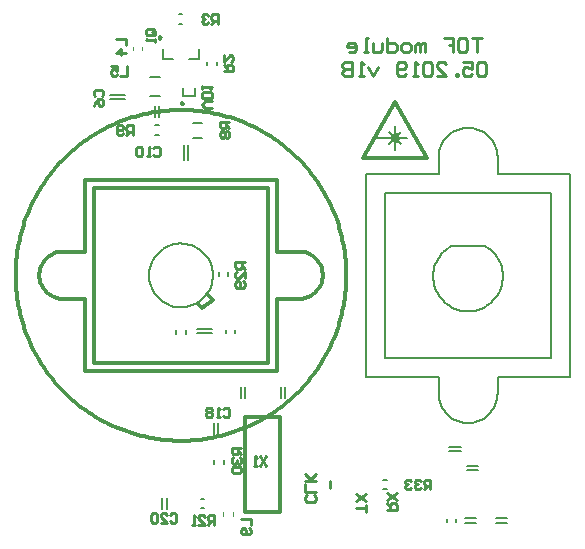
<source format=gbo>
G04 Layer_Color=11599871*
%FSLAX44Y44*%
%MOMM*%
G71*
G01*
G75*
%ADD39C,0.2000*%
%ADD40C,0.3000*%
%ADD56C,0.2500*%
%ADD58C,0.1270*%
%ADD60C,0.2032*%
%ADD61C,0.1016*%
%ADD62C,0.2540*%
%ADD63C,0.3500*%
%ADD102C,0.4064*%
%ADD103C,0.3556*%
D39*
X172000Y-240000D02*
X171881Y-237472D01*
X171527Y-234966D01*
X170938Y-232504D01*
X170123Y-230108D01*
X169086Y-227799D01*
X167838Y-225597D01*
X166388Y-223522D01*
X164751Y-221591D01*
X162941Y-219823D01*
X160972Y-218231D01*
X158864Y-216831D01*
X156633Y-215635D01*
X154301Y-214653D01*
X151886Y-213893D01*
X149411Y-213363D01*
X146897Y-213067D01*
X144367Y-213007D01*
X141842Y-213185D01*
X139345Y-213599D01*
X136898Y-214244D01*
X134522Y-215116D01*
X132237Y-216207D01*
X130065Y-217506D01*
X128025Y-219004D01*
X126133Y-220686D01*
X124408Y-222537D01*
X122863Y-224542D01*
X121512Y-226683D01*
X120369Y-228941D01*
X119441Y-231296D01*
X118739Y-233728D01*
X118267Y-236215D01*
X118030Y-238734D01*
Y-241266D01*
X118267Y-243785D01*
X118739Y-246272D01*
X119441Y-248704D01*
X120369Y-251059D01*
X121512Y-253317D01*
X122863Y-255458D01*
X124408Y-257463D01*
X126133Y-259314D01*
X128025Y-260996D01*
X130065Y-262494D01*
X132237Y-263793D01*
X134522Y-264884D01*
X136898Y-265756D01*
X139345Y-266401D01*
X141842Y-266815D01*
X144367Y-266993D01*
X146897Y-266933D01*
X149411Y-266637D01*
X151886Y-266107D01*
X154301Y-265348D01*
X156633Y-264365D01*
X158864Y-263169D01*
X160972Y-261769D01*
X162941Y-260177D01*
X164751Y-258409D01*
X166388Y-256478D01*
X167838Y-254403D01*
X169086Y-252201D01*
X170123Y-249892D01*
X170938Y-247496D01*
X171527Y-245034D01*
X171881Y-242528D01*
X172000Y-240000D01*
X373043Y-215573D02*
X370924Y-216944D01*
X368931Y-218492D01*
X367077Y-220204D01*
X365376Y-222068D01*
X363841Y-224071D01*
X362483Y-226197D01*
X361311Y-228433D01*
X360335Y-230760D01*
X359561Y-233161D01*
X358995Y-235621D01*
X358641Y-238119D01*
X358502Y-240639D01*
X358579Y-243161D01*
X358872Y-245668D01*
X359377Y-248140D01*
X360092Y-250560D01*
X361011Y-252910D01*
X362128Y-255174D01*
X363434Y-257333D01*
X364920Y-259373D01*
X366575Y-261278D01*
X368386Y-263035D01*
X370341Y-264631D01*
X372425Y-266053D01*
X374623Y-267293D01*
X376919Y-268340D01*
X379296Y-269187D01*
X381737Y-269828D01*
X384224Y-270257D01*
X386738Y-270473D01*
X389262D01*
X391776Y-270257D01*
X394263Y-269828D01*
X396704Y-269187D01*
X399081Y-268340D01*
X401377Y-267293D01*
X403575Y-266053D01*
X405659Y-264631D01*
X407614Y-263035D01*
X409426Y-261278D01*
X411080Y-259373D01*
X412566Y-257333D01*
X413872Y-255173D01*
X414989Y-252910D01*
X415908Y-250560D01*
X416623Y-248140D01*
X417128Y-245668D01*
X417421Y-243161D01*
X417498Y-240639D01*
X417359Y-238119D01*
X417005Y-235621D01*
X416440Y-233161D01*
X415666Y-230759D01*
X414689Y-228433D01*
X413517Y-226197D01*
X412159Y-224071D01*
X410624Y-222068D01*
X408923Y-220204D01*
X407069Y-218492D01*
X405075Y-216944D01*
X402957Y-215573D01*
X413000Y-140000D02*
X412872Y-137471D01*
X412488Y-134967D01*
X411853Y-132516D01*
X410974Y-130141D01*
X409859Y-127867D01*
X408519Y-125718D01*
X406969Y-123716D01*
X405224Y-121880D01*
X403303Y-120231D01*
X401224Y-118784D01*
X399010Y-117555D01*
X396683Y-116556D01*
X394266Y-115798D01*
X391786Y-115288D01*
X389266Y-115032D01*
X386734D01*
X384214Y-115288D01*
X381734Y-115798D01*
X379317Y-116556D01*
X376990Y-117555D01*
X374776Y-118784D01*
X372697Y-120231D01*
X370776Y-121880D01*
X369031Y-123716D01*
X367481Y-125718D01*
X366141Y-127867D01*
X365026Y-130141D01*
X364146Y-132516D01*
X363512Y-134967D01*
X363128Y-137471D01*
X363000Y-140000D01*
Y-340000D02*
X363128Y-342529D01*
X363512Y-345033D01*
X364147Y-347484D01*
X365026Y-349859D01*
X366141Y-352133D01*
X367481Y-354282D01*
X369031Y-356284D01*
X370776Y-358120D01*
X372697Y-359769D01*
X374776Y-361216D01*
X376990Y-362445D01*
X379317Y-363444D01*
X381734Y-364202D01*
X384214Y-364712D01*
X386734Y-364968D01*
X389266D01*
X391786Y-364712D01*
X394266Y-364202D01*
X396683Y-363444D01*
X399010Y-362445D01*
X401224Y-361216D01*
X403303Y-359769D01*
X405224Y-358120D01*
X406969Y-356284D01*
X408519Y-354282D01*
X409859Y-352132D01*
X410974Y-349859D01*
X411853Y-347484D01*
X412488Y-345032D01*
X412872Y-342529D01*
X413000Y-340000D01*
X152000Y-57000D02*
X160000D01*
Y-48000D01*
X130000Y-57000D02*
X138000D01*
X130000D02*
Y-48000D01*
X119000Y-88000D02*
X127000D01*
X119000Y-72000D02*
X127000D01*
X146920Y-88540D02*
X157080D01*
X373000Y-215500D02*
X403000D01*
X302000Y-326000D02*
Y-154000D01*
Y-326000D02*
X363000D01*
X413000Y-154000D02*
Y-140000D01*
X363000Y-154000D02*
Y-140000D01*
Y-340000D02*
Y-326000D01*
X413000Y-340000D02*
Y-326000D01*
X318000Y-170000D02*
X458000D01*
X474000Y-326000D02*
Y-154000D01*
X413000Y-326000D02*
X474000D01*
X413000Y-154000D02*
X474000D01*
X302000D02*
X363000D01*
X318000Y-310000D02*
X458000D01*
Y-170000D01*
X318000Y-310000D02*
Y-170000D01*
D40*
X285000Y-240000D02*
X284977Y-237458D01*
X284908Y-234916D01*
X284792Y-232377D01*
X284631Y-229840D01*
X284423Y-227306D01*
X284170Y-224776D01*
X283870Y-222252D01*
X283525Y-219733D01*
X283134Y-217221D01*
X282698Y-214716D01*
X282216Y-212220D01*
X281689Y-209733D01*
X281117Y-207256D01*
X280500Y-204790D01*
X279838Y-202335D01*
X279132Y-199893D01*
X278382Y-197464D01*
X277587Y-195049D01*
X276749Y-192649D01*
X275868Y-190264D01*
X274943Y-187896D01*
X273975Y-185545D01*
X272965Y-183212D01*
X271913Y-180898D01*
X270819Y-178603D01*
X269683Y-176328D01*
X268506Y-174074D01*
X267289Y-171843D01*
X266031Y-169633D01*
X264733Y-167447D01*
X263396Y-165285D01*
X262020Y-163147D01*
X260605Y-161035D01*
X259152Y-158949D01*
X257662Y-156889D01*
X256134Y-154858D01*
X254569Y-152853D01*
X252969Y-150878D01*
X251333Y-148932D01*
X249662Y-147016D01*
X247956Y-145131D01*
X246216Y-143278D01*
X244443Y-141455D01*
X242638Y-139666D01*
X240800Y-137910D01*
X238930Y-136187D01*
X237029Y-134498D01*
X235098Y-132845D01*
X233138Y-131226D01*
X231148Y-129644D01*
X229130Y-128098D01*
X227084Y-126588D01*
X225011Y-125117D01*
X222912Y-123683D01*
X220787Y-122287D01*
X218637Y-120930D01*
X216463Y-119613D01*
X214265Y-118335D01*
X212044Y-117097D01*
X209801Y-115900D01*
X207537Y-114744D01*
X205252Y-113629D01*
X202948Y-112556D01*
X200624Y-111524D01*
X198282Y-110536D01*
X195922Y-109589D01*
X193546Y-108686D01*
X191153Y-107826D01*
X188746Y-107010D01*
X186324Y-106238D01*
X183888Y-105509D01*
X181439Y-104825D01*
X178979Y-104186D01*
X176507Y-103591D01*
X174025Y-103042D01*
X171533Y-102537D01*
X169033Y-102078D01*
X166524Y-101664D01*
X164009Y-101297D01*
X161487Y-100974D01*
X158960Y-100698D01*
X156428Y-100467D01*
X153892Y-100283D01*
X151354Y-100144D01*
X148813Y-100052D01*
X146271Y-100006D01*
X143729D01*
X141187Y-100052D01*
X138647Y-100144D01*
X136108Y-100283D01*
X133573Y-100467D01*
X131041Y-100698D01*
X128513Y-100974D01*
X125992Y-101296D01*
X123476Y-101664D01*
X120968Y-102078D01*
X118467Y-102537D01*
X115976Y-103042D01*
X113493Y-103591D01*
X111022Y-104186D01*
X108561Y-104825D01*
X106112Y-105509D01*
X103677Y-106238D01*
X101255Y-107010D01*
X98847Y-107826D01*
X96454Y-108686D01*
X94078Y-109589D01*
X91718Y-110535D01*
X89376Y-111524D01*
X87053Y-112556D01*
X84748Y-113629D01*
X82463Y-114744D01*
X80199Y-115900D01*
X77956Y-117097D01*
X75736Y-118335D01*
X73538Y-119613D01*
X71364Y-120930D01*
X69214Y-122287D01*
X67088Y-123682D01*
X64989Y-125116D01*
X62916Y-126588D01*
X60870Y-128097D01*
X58852Y-129643D01*
X56863Y-131226D01*
X54902Y-132844D01*
X52971Y-134498D01*
X51070Y-136187D01*
X49201Y-137909D01*
X47363Y-139666D01*
X45557Y-141455D01*
X43784Y-143277D01*
X42044Y-145131D01*
X40339Y-147016D01*
X38667Y-148932D01*
X37031Y-150878D01*
X35431Y-152853D01*
X33866Y-154857D01*
X32339Y-156889D01*
X30848Y-158949D01*
X29395Y-161035D01*
X27980Y-163147D01*
X26604Y-165285D01*
X25267Y-167447D01*
X23969Y-169633D01*
X22711Y-171842D01*
X21494Y-174074D01*
X20317Y-176328D01*
X19181Y-178602D01*
X18087Y-180897D01*
X17035Y-183211D01*
X16025Y-185544D01*
X15057Y-187896D01*
X14132Y-190264D01*
X13251Y-192648D01*
X12413Y-195048D01*
X11618Y-197463D01*
X10868Y-199892D01*
X10162Y-202335D01*
X9500Y-204789D01*
X8883Y-207256D01*
X8311Y-209733D01*
X7784Y-212220D01*
X7302Y-214716D01*
X6866Y-217221D01*
X6475Y-219733D01*
X6130Y-222251D01*
X5830Y-224776D01*
X5577Y-227306D01*
X5369Y-229839D01*
X5208Y-232377D01*
X5092Y-234916D01*
X5023Y-237458D01*
X5000Y-240000D01*
X5023Y-242542D01*
X5092Y-245084D01*
X5208Y-247623D01*
X5369Y-250160D01*
X5577Y-252694D01*
X5830Y-255224D01*
X6130Y-257748D01*
X6475Y-260267D01*
X6866Y-262779D01*
X7302Y-265284D01*
X7784Y-267780D01*
X8311Y-270267D01*
X8883Y-272744D01*
X9500Y-275210D01*
X10162Y-277665D01*
X10868Y-280107D01*
X11618Y-282536D01*
X12413Y-284951D01*
X13251Y-287352D01*
X14132Y-289736D01*
X15057Y-292104D01*
X16025Y-294455D01*
X17035Y-296788D01*
X18087Y-299103D01*
X19181Y-301397D01*
X20317Y-303672D01*
X21494Y-305926D01*
X22711Y-308157D01*
X23969Y-310367D01*
X25267Y-312553D01*
X26604Y-314715D01*
X27980Y-316853D01*
X29395Y-318965D01*
X30848Y-321051D01*
X32339Y-323111D01*
X33866Y-325143D01*
X35431Y-327147D01*
X37031Y-329122D01*
X38667Y-331068D01*
X40339Y-332984D01*
X42044Y-334869D01*
X43784Y-336723D01*
X45557Y-338545D01*
X47363Y-340334D01*
X49201Y-342091D01*
X51070Y-343813D01*
X52971Y-345502D01*
X54902Y-347156D01*
X56863Y-348774D01*
X58852Y-350356D01*
X60870Y-351903D01*
X62916Y-353412D01*
X64989Y-354884D01*
X67088Y-356318D01*
X69213Y-357713D01*
X71363Y-359070D01*
X73538Y-360387D01*
X75736Y-361665D01*
X77956Y-362903D01*
X80199Y-364100D01*
X82463Y-365256D01*
X84748Y-366371D01*
X87053Y-367444D01*
X89376Y-368476D01*
X91719Y-369465D01*
X94078Y-370411D01*
X96455Y-371314D01*
X98847Y-372174D01*
X101255Y-372990D01*
X103677Y-373763D01*
X106113Y-374491D01*
X108561Y-375175D01*
X111022Y-375814D01*
X113494Y-376409D01*
X115976Y-376958D01*
X118468Y-377463D01*
X120968Y-377922D01*
X123476Y-378336D01*
X125992Y-378704D01*
X128514Y-379026D01*
X131041Y-379302D01*
X133573Y-379533D01*
X136109Y-379717D01*
X138647Y-379856D01*
X141188Y-379948D01*
X143729Y-379994D01*
X146272D01*
X148814Y-379948D01*
X151354Y-379856D01*
X153893Y-379717D01*
X156428Y-379533D01*
X158960Y-379302D01*
X161488Y-379026D01*
X164009Y-378703D01*
X166525Y-378335D01*
X169033Y-377922D01*
X171534Y-377463D01*
X174025Y-376958D01*
X176508Y-376409D01*
X178979Y-375814D01*
X181440Y-375174D01*
X183889Y-374490D01*
X186324Y-373762D01*
X188746Y-372990D01*
X191154Y-372173D01*
X193547Y-371314D01*
X195923Y-370410D01*
X198283Y-369464D01*
X200625Y-368475D01*
X202949Y-367444D01*
X205253Y-366371D01*
X207538Y-365256D01*
X209802Y-364100D01*
X212045Y-362902D01*
X214266Y-361665D01*
X216463Y-360387D01*
X218638Y-359069D01*
X220788Y-357713D01*
X222913Y-356317D01*
X225012Y-354883D01*
X227085Y-353411D01*
X229131Y-351902D01*
X231149Y-350356D01*
X233139Y-348773D01*
X235099Y-347155D01*
X237030Y-345501D01*
X238931Y-343812D01*
X240800Y-342090D01*
X242638Y-340333D01*
X244444Y-338544D01*
X246217Y-336722D01*
X247957Y-334868D01*
X249662Y-332983D01*
X251334Y-331067D01*
X252970Y-329121D01*
X254570Y-327146D01*
X256135Y-325142D01*
X257662Y-323110D01*
X259153Y-321050D01*
X260606Y-318964D01*
X262021Y-316852D01*
X263397Y-314714D01*
X264734Y-312552D01*
X266032Y-310366D01*
X267290Y-308156D01*
X268507Y-305924D01*
X269684Y-303671D01*
X270819Y-301396D01*
X271914Y-299101D01*
X272966Y-296787D01*
X273976Y-294454D01*
X274943Y-292103D01*
X275868Y-289735D01*
X276750Y-287350D01*
X277588Y-284950D01*
X278382Y-282535D01*
X279132Y-280106D01*
X279839Y-277664D01*
X280500Y-275209D01*
X281117Y-272743D01*
X281689Y-270266D01*
X282216Y-267779D01*
X282698Y-265282D01*
X283135Y-262778D01*
X283525Y-260266D01*
X283871Y-257747D01*
X284170Y-255222D01*
X284423Y-252693D01*
X284631Y-250159D01*
X284792Y-247622D01*
X284908Y-245082D01*
X284977Y-242541D01*
X285000Y-240000D01*
X245000Y-260000D02*
X247507Y-259842D01*
X249974Y-259372D01*
X252362Y-258596D01*
X254635Y-257526D01*
X256756Y-256180D01*
X258691Y-254579D01*
X260410Y-252749D01*
X261887Y-250716D01*
X263097Y-248516D01*
X264021Y-246180D01*
X264646Y-243748D01*
X264960Y-241256D01*
Y-238744D01*
X264646Y-236252D01*
X264021Y-233820D01*
X263097Y-231484D01*
X261887Y-229283D01*
X260410Y-227251D01*
X258691Y-225421D01*
X256756Y-223820D01*
X254635Y-222474D01*
X252362Y-221404D01*
X249974Y-220628D01*
X247507Y-220158D01*
X245000Y-220000D01*
X45000D02*
X42493Y-220158D01*
X40026Y-220628D01*
X37638Y-221404D01*
X35365Y-222474D01*
X33244Y-223820D01*
X31309Y-225421D01*
X29590Y-227251D01*
X28113Y-229284D01*
X26904Y-231484D01*
X25979Y-233820D01*
X25354Y-236252D01*
X25039Y-238744D01*
Y-241256D01*
X25354Y-243748D01*
X25979Y-246180D01*
X26903Y-248516D01*
X28113Y-250716D01*
X29590Y-252749D01*
X31309Y-254579D01*
X33244Y-256180D01*
X35365Y-257526D01*
X37638Y-258596D01*
X40026Y-259372D01*
X42493Y-259842D01*
X45000Y-260000D01*
X199000Y-360000D02*
X229000D01*
X199000Y-440000D02*
X229000D01*
X199000D02*
Y-360000D01*
X229000Y-440000D02*
Y-360000D01*
X167000Y-256000D02*
X171785Y-260435D01*
X158970Y-264130D02*
X162780Y-267940D01*
X171785Y-260435D01*
X64000Y-159000D02*
X226000D01*
X71000Y-314000D02*
X219000D01*
X71000Y-166000D02*
X219000D01*
X71000Y-314000D02*
Y-166000D01*
X219000Y-314000D02*
Y-166000D01*
X226000Y-220000D02*
X245000D01*
X226000Y-260000D02*
X245000D01*
X64000Y-321000D02*
X226000D01*
Y-260000D01*
Y-220000D02*
Y-159000D01*
X64000Y-220000D02*
Y-159000D01*
Y-321000D02*
Y-260000D01*
X45000D02*
X64000D01*
X45000Y-220000D02*
X64000D01*
D56*
X128250Y-38500D02*
X126375Y-37418D01*
Y-39583D01*
X128250Y-38500D01*
D58*
X315976Y-421064D02*
X319024D01*
X315976Y-412936D02*
X319024D01*
X372238Y-388778D02*
X381762D01*
X372238Y-385222D02*
X381762D01*
X369936Y-449024D02*
Y-445976D01*
X378064Y-449024D02*
Y-445976D01*
X385238Y-445722D02*
X394762D01*
X385238Y-449278D02*
X394762D01*
X387238Y-404778D02*
X396762D01*
X387238Y-401222D02*
X396762D01*
X411238Y-445722D02*
X420762D01*
X411238Y-449278D02*
X420762D01*
X161476Y-428936D02*
X164524D01*
X161476Y-437064D02*
X164524D01*
X181064Y-399524D02*
Y-396476D01*
X172936Y-399524D02*
Y-396476D01*
X129222Y-437762D02*
Y-428238D01*
X132778Y-437762D02*
Y-428238D01*
X172722Y-374762D02*
Y-365238D01*
X176278Y-374762D02*
Y-365238D01*
X195722Y-343762D02*
Y-334238D01*
X199278Y-343762D02*
Y-334238D01*
X233278Y-343762D02*
Y-334238D01*
X229722Y-343762D02*
Y-334238D01*
X175064Y-62024D02*
Y-58976D01*
X166936Y-62024D02*
Y-58976D01*
X142976Y-27064D02*
X146024D01*
X142976Y-18936D02*
X146024D01*
X84488Y-90496D02*
X97512D01*
X84488Y-87504D02*
X97512D01*
X146920Y-88540D02*
Y-81500D01*
X157080Y-88540D02*
Y-81500D01*
X126278Y-105762D02*
Y-96238D01*
X122722Y-105762D02*
Y-96238D01*
X122976Y-112936D02*
X126024D01*
X122976Y-121064D02*
X126024D01*
X155190Y-123350D02*
X162810D01*
X155190Y-110650D02*
X162810D01*
X150496Y-142512D02*
Y-129488D01*
X147504Y-142512D02*
Y-129488D01*
X191064Y-289024D02*
Y-285976D01*
X182936Y-289024D02*
Y-285976D01*
X158488Y-288496D02*
X171512D01*
X158488Y-285504D02*
X171512D01*
X140936Y-289524D02*
Y-286476D01*
X149064Y-289524D02*
Y-286476D01*
X185064Y-240524D02*
Y-237476D01*
X176936Y-240524D02*
Y-237476D01*
D60*
X320920Y-128430D02*
X326000Y-123350D01*
X320920Y-118270D02*
X326000Y-123350D01*
X331080Y-128430D01*
X308220Y-123350D02*
X326000D01*
X336160D01*
X326000Y-133510D02*
Y-123350D01*
Y-113190D01*
Y-123350D02*
X331080Y-118270D01*
D61*
X189064Y-443524D02*
Y-440476D01*
X180936Y-443524D02*
Y-440476D01*
X112064Y-49524D02*
Y-46476D01*
X103936Y-49524D02*
Y-46476D01*
D62*
X271250Y-420000D02*
Y-413750D01*
X399469Y-38973D02*
X391472D01*
X395470D01*
Y-50969D01*
X381475Y-38973D02*
X385474D01*
X387473Y-40972D01*
Y-48970D01*
X385474Y-50969D01*
X381475D01*
X379476Y-48970D01*
Y-40972D01*
X381475Y-38973D01*
X367479D02*
X375477D01*
Y-44971D01*
X371478D01*
X375477D01*
Y-50969D01*
X351485D02*
Y-42972D01*
X349485D01*
X347486Y-44971D01*
Y-50969D01*
Y-44971D01*
X345486Y-42972D01*
X343487Y-44971D01*
Y-50969D01*
X337489D02*
X333490D01*
X331491Y-48970D01*
Y-44971D01*
X333490Y-42972D01*
X337489D01*
X339488Y-44971D01*
Y-48970D01*
X337489Y-50969D01*
X319495Y-38973D02*
Y-50969D01*
X325493D01*
X327492Y-48970D01*
Y-44971D01*
X325493Y-42972D01*
X319495D01*
X315496D02*
Y-48970D01*
X313497Y-50969D01*
X307499D01*
Y-42972D01*
X303500Y-50969D02*
X299501D01*
X301501D01*
Y-38973D01*
X303500D01*
X287505Y-50969D02*
X291504D01*
X293503Y-48970D01*
Y-44971D01*
X291504Y-42972D01*
X287505D01*
X285506Y-44971D01*
Y-46971D01*
X293503D01*
X403468Y-61464D02*
X401468Y-59465D01*
X397470D01*
X395470Y-61464D01*
Y-69461D01*
X397470Y-71461D01*
X401468D01*
X403468Y-69461D01*
Y-61464D01*
X383474Y-59465D02*
X391472D01*
Y-65463D01*
X387473Y-63463D01*
X385474D01*
X383474Y-65463D01*
Y-69461D01*
X385474Y-71461D01*
X389472D01*
X391472Y-69461D01*
X379476Y-71461D02*
Y-69461D01*
X377476D01*
Y-71461D01*
X379476D01*
X361481D02*
X369479D01*
X361481Y-63463D01*
Y-61464D01*
X363481Y-59465D01*
X367479D01*
X369479Y-61464D01*
X357483D02*
X355483Y-59465D01*
X351485D01*
X349485Y-61464D01*
Y-69461D01*
X351485Y-71461D01*
X355483D01*
X357483Y-69461D01*
Y-61464D01*
X345486Y-71461D02*
X341488D01*
X343487D01*
Y-59465D01*
X345486Y-61464D01*
X335490Y-69461D02*
X333490Y-71461D01*
X329492D01*
X327492Y-69461D01*
Y-61464D01*
X329492Y-59465D01*
X333490D01*
X335490Y-61464D01*
Y-63463D01*
X333490Y-65463D01*
X327492D01*
X311497Y-63463D02*
X307499Y-71461D01*
X303500Y-63463D01*
X299501Y-71461D02*
X295503D01*
X297502D01*
Y-59465D01*
X299501Y-61464D01*
X289505Y-59465D02*
Y-71461D01*
X283507D01*
X281507Y-69461D01*
Y-67462D01*
X283507Y-65463D01*
X289505D01*
X283507D01*
X281507Y-63463D01*
Y-61464D01*
X283507Y-59465D01*
X289505D01*
X356000Y-421000D02*
Y-413003D01*
X352001D01*
X350668Y-414336D01*
Y-417001D01*
X352001Y-418334D01*
X356000D01*
X353334D02*
X350668Y-421000D01*
X348003Y-414336D02*
X346670Y-413003D01*
X344004D01*
X342671Y-414336D01*
Y-415668D01*
X344004Y-417001D01*
X345337D01*
X344004D01*
X342671Y-418334D01*
Y-419667D01*
X344004Y-421000D01*
X346670D01*
X348003Y-419667D01*
X340005Y-414336D02*
X338672Y-413003D01*
X336006D01*
X334674Y-414336D01*
Y-415668D01*
X336006Y-417001D01*
X337339D01*
X336006D01*
X334674Y-418334D01*
Y-419667D01*
X336006Y-421000D01*
X338672D01*
X340005Y-419667D01*
X196000Y-386000D02*
X188003D01*
Y-389999D01*
X189335Y-391332D01*
X192001D01*
X193334Y-389999D01*
Y-386000D01*
Y-388666D02*
X196000Y-391332D01*
X189335Y-393997D02*
X188003Y-395330D01*
Y-397996D01*
X189335Y-399329D01*
X190668D01*
X192001Y-397996D01*
Y-396663D01*
Y-397996D01*
X193334Y-399329D01*
X194667D01*
X196000Y-397996D01*
Y-395330D01*
X194667Y-393997D01*
X189335Y-401995D02*
X188003Y-403328D01*
Y-405993D01*
X189335Y-407326D01*
X194667D01*
X196000Y-405993D01*
Y-403328D01*
X194667Y-401995D01*
X189335D01*
X199000Y-229000D02*
X191003D01*
Y-232999D01*
X192335Y-234332D01*
X195001D01*
X196334Y-232999D01*
Y-229000D01*
Y-231666D02*
X199000Y-234332D01*
Y-242329D02*
Y-236997D01*
X193668Y-242329D01*
X192335D01*
X191003Y-240996D01*
Y-238330D01*
X192335Y-236997D01*
X197667Y-244995D02*
X199000Y-246328D01*
Y-248994D01*
X197667Y-250326D01*
X192335D01*
X191003Y-248994D01*
Y-246328D01*
X192335Y-244995D01*
X193668D01*
X195001Y-246328D01*
Y-250326D01*
X217000Y-393003D02*
X211668Y-401000D01*
Y-393003D02*
X217000Y-401000D01*
X209003D02*
X206337D01*
X207670D01*
Y-393003D01*
X209003Y-394336D01*
X170997Y-98000D02*
X165666D01*
X163000Y-95334D01*
X165666Y-92668D01*
X170997D01*
Y-90003D02*
X163000D01*
Y-86004D01*
X164333Y-84671D01*
X169664D01*
X170997Y-86004D01*
Y-90003D01*
X163000Y-82005D02*
Y-79339D01*
Y-80672D01*
X170997D01*
X169664Y-82005D01*
X173000Y-451000D02*
Y-443003D01*
X169001D01*
X167668Y-444336D01*
Y-447001D01*
X169001Y-448334D01*
X173000D01*
X170334D02*
X167668Y-451000D01*
X159671D02*
X165003D01*
X159671Y-445668D01*
Y-444336D01*
X161004Y-443003D01*
X163670D01*
X165003Y-444336D01*
X157005Y-451000D02*
X154339D01*
X155672D01*
Y-443003D01*
X157005Y-444336D01*
X104000Y-121000D02*
Y-113003D01*
X100001D01*
X98668Y-114335D01*
Y-117001D01*
X100001Y-118334D01*
X104000D01*
X101334D02*
X98668Y-121000D01*
X96003Y-119667D02*
X94670Y-121000D01*
X92004D01*
X90671Y-119667D01*
Y-114335D01*
X92004Y-113003D01*
X94670D01*
X96003Y-114335D01*
Y-115668D01*
X94670Y-117001D01*
X90671D01*
X186000Y-110000D02*
X178003D01*
Y-113999D01*
X179335Y-115332D01*
X182001D01*
X183334Y-113999D01*
Y-110000D01*
Y-112666D02*
X186000Y-115332D01*
X179335Y-117997D02*
X178003Y-119330D01*
Y-121996D01*
X179335Y-123329D01*
X180668D01*
X182001Y-121996D01*
X183334Y-123329D01*
X184667D01*
X186000Y-121996D01*
Y-119330D01*
X184667Y-117997D01*
X183334D01*
X182001Y-119330D01*
X180668Y-117997D01*
X179335D01*
X182001Y-119330D02*
Y-121996D01*
X176000Y-27000D02*
Y-19003D01*
X172001D01*
X170668Y-20336D01*
Y-23001D01*
X172001Y-24334D01*
X176000D01*
X173334D02*
X170668Y-27000D01*
X168003Y-20336D02*
X166670Y-19003D01*
X164004D01*
X162671Y-20336D01*
Y-21668D01*
X164004Y-23001D01*
X165337D01*
X164004D01*
X162671Y-24334D01*
Y-25667D01*
X164004Y-27000D01*
X166670D01*
X168003Y-25667D01*
X181000Y-67000D02*
X188997D01*
Y-63001D01*
X187665Y-61668D01*
X184999D01*
X183666Y-63001D01*
Y-67000D01*
Y-64334D02*
X181000Y-61668D01*
Y-53671D02*
Y-59003D01*
X186332Y-53671D01*
X187665D01*
X188997Y-55004D01*
Y-57670D01*
X187665Y-59003D01*
X121667Y-36832D02*
X116335D01*
X115003Y-35499D01*
Y-32833D01*
X116335Y-31500D01*
X121667D01*
X123000Y-32833D01*
Y-35499D01*
X120334Y-34166D02*
X123000Y-36832D01*
Y-35499D02*
X121667Y-36832D01*
X123000Y-39497D02*
Y-42163D01*
Y-40830D01*
X115003D01*
X116335Y-39497D01*
X196003Y-446000D02*
X204000D01*
Y-451332D01*
X202667Y-453997D02*
X204000Y-455330D01*
Y-457996D01*
X202667Y-459329D01*
X197335D01*
X196003Y-457996D01*
Y-455330D01*
X197335Y-453997D01*
X198668D01*
X200001Y-455330D01*
Y-459329D01*
X99000Y-63003D02*
Y-71000D01*
X93668D01*
X85671Y-63003D02*
X91003D01*
Y-67001D01*
X88337Y-65668D01*
X87004D01*
X85671Y-67001D01*
Y-69667D01*
X87004Y-71000D01*
X89670D01*
X91003Y-69667D01*
X90003Y-40000D02*
X98000D01*
Y-45332D01*
Y-51996D02*
X90003D01*
X94001Y-47997D01*
Y-53329D01*
X135668Y-442836D02*
X137001Y-441503D01*
X139667D01*
X141000Y-442836D01*
Y-448167D01*
X139667Y-449500D01*
X137001D01*
X135668Y-448167D01*
X127671Y-449500D02*
X133003D01*
X127671Y-444169D01*
Y-442836D01*
X129004Y-441503D01*
X131670D01*
X133003Y-442836D01*
X125005D02*
X123672Y-441503D01*
X121006D01*
X119674Y-442836D01*
Y-448167D01*
X121006Y-449500D01*
X123672D01*
X125005Y-448167D01*
Y-442836D01*
X180668Y-353335D02*
X182001Y-352003D01*
X184667D01*
X186000Y-353335D01*
Y-358667D01*
X184667Y-360000D01*
X182001D01*
X180668Y-358667D01*
X178003Y-360000D02*
X175337D01*
X176670D01*
Y-352003D01*
X178003Y-353335D01*
X171338D02*
X170005Y-352003D01*
X167339D01*
X166006Y-353335D01*
Y-354668D01*
X167339Y-356001D01*
X166006Y-357334D01*
Y-358667D01*
X167339Y-360000D01*
X170005D01*
X171338Y-358667D01*
Y-357334D01*
X170005Y-356001D01*
X171338Y-354668D01*
Y-353335D01*
X170005Y-356001D02*
X167339D01*
X121668Y-132336D02*
X123001Y-131003D01*
X125667D01*
X127000Y-132336D01*
Y-137667D01*
X125667Y-139000D01*
X123001D01*
X121668Y-137667D01*
X119003Y-139000D02*
X116337D01*
X117670D01*
Y-131003D01*
X119003Y-132336D01*
X112338D02*
X111005Y-131003D01*
X108339D01*
X107006Y-132336D01*
Y-137667D01*
X108339Y-139000D01*
X111005D01*
X112338Y-137667D01*
Y-132336D01*
X72336Y-88332D02*
X71003Y-86999D01*
Y-84333D01*
X72336Y-83000D01*
X77667D01*
X79000Y-84333D01*
Y-86999D01*
X77667Y-88332D01*
X71003Y-96329D02*
X72336Y-93663D01*
X75001Y-90997D01*
X77667D01*
X79000Y-92330D01*
Y-94996D01*
X77667Y-96329D01*
X76334D01*
X75001Y-94996D01*
Y-90997D01*
X301997Y-440000D02*
Y-434002D01*
Y-437001D01*
X293000D01*
X301997Y-431003D02*
X293000Y-425005D01*
X301997D02*
X293000Y-431003D01*
X319000Y-439000D02*
X327997D01*
Y-434501D01*
X326498Y-433002D01*
X323498D01*
X321999Y-434501D01*
Y-439000D01*
Y-436001D02*
X319000Y-433002D01*
X327997Y-430003D02*
X319000Y-424005D01*
X327997D02*
X319000Y-430003D01*
X257498Y-426002D02*
X258997Y-427501D01*
Y-430500D01*
X257498Y-432000D01*
X251500D01*
X250000Y-430500D01*
Y-427501D01*
X251500Y-426002D01*
X258997Y-423003D02*
X250000D01*
Y-417005D01*
X258997Y-414006D02*
X250000D01*
X252999D01*
X258997Y-408008D01*
X254499Y-412506D01*
X250000Y-408008D01*
D63*
X146512Y-94619D02*
X146131Y-95000D01*
X145750Y-94619D01*
X146131Y-94238D01*
X146512Y-94619D01*
D102*
X328032Y-123350D02*
X326628Y-121417D01*
X324356Y-122156D01*
Y-124544D01*
X326628Y-125283D01*
X328032Y-123350D01*
D103*
X326000Y-93548D02*
X353178Y-140622D01*
X298822D02*
X326000Y-93548D01*
X298822Y-140622D02*
X353178D01*
M02*

</source>
